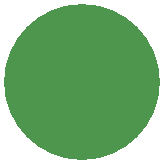
<source format=gbs>
G04 #@! TF.FileFunction,Soldermask,Bot*
%FSLAX46Y46*%
G04 Gerber Fmt 4.6, Leading zero omitted, Abs format (unit mm)*
G04 Created by KiCad (PCBNEW 4.0.2+dfsg1-stable) date Tue 27 Nov 2018 02:44:50 AM EST*
%MOMM*%
G01*
G04 APERTURE LIST*
%ADD10C,0.100000*%
%ADD11C,13.200000*%
G04 APERTURE END LIST*
D10*
D11*
X147000000Y-97000000D03*
M02*

</source>
